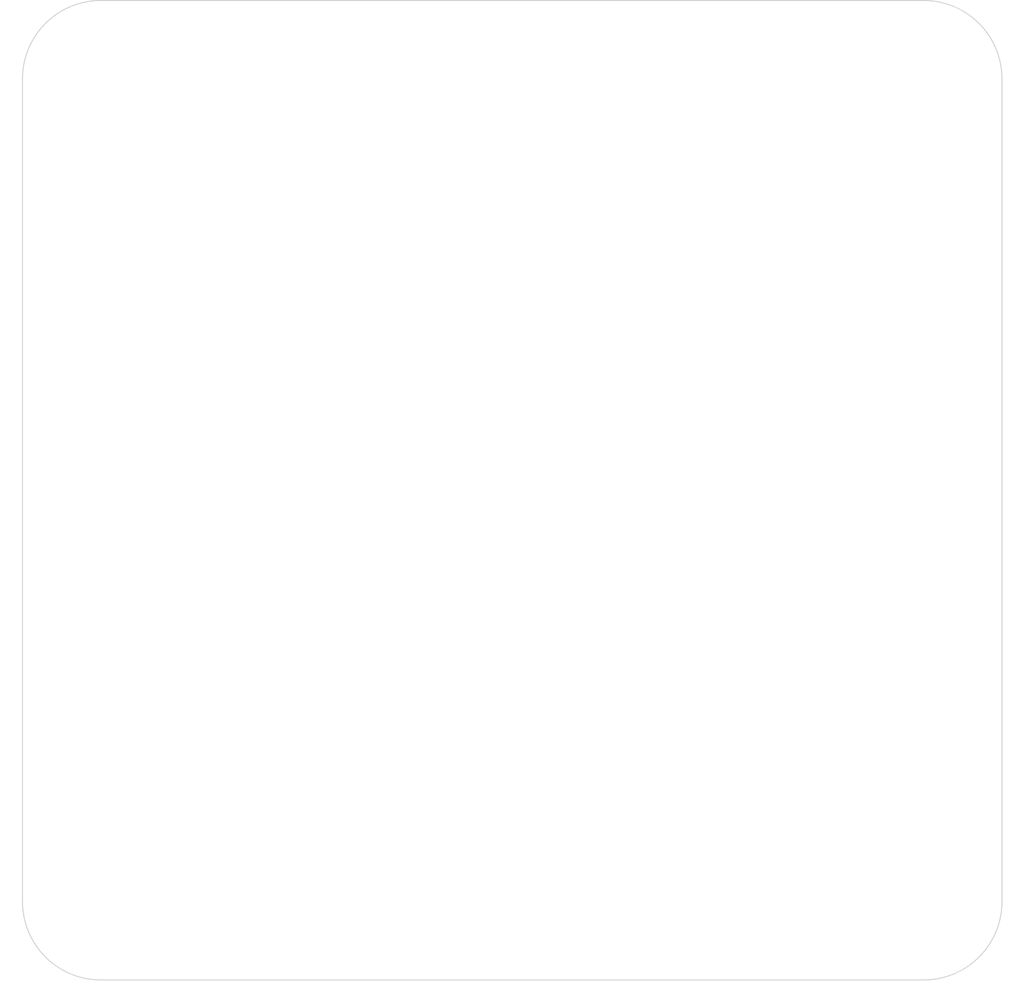
<source format=kicad_pcb>
(kicad_pcb (version 20240108) (generator "pcbnew") (generator_version "8.0")
  (layers (0 "F.Cu" signal) (31 "B.Cu" signal) (34 "B.Paste" user) (35 "F.Paste" user) (36 "B.SilkS" user "B.Silkscreen") (37 "F.SilkS" user "F.Silkscreen") (38 "B.Mask" user) (39 "F.Mask" user) (44 "Edge.Cuts" user))
  (net 0 "")
  (footprint "MountingHole:MountingHole_3mm" (layer "F.Cu") (at 166 84)
    (property "Reference" "H2" (hide yes))
    (property "Value" "MountingHole")
    (pad "" np_thru_hole circle (at 0 0) (size 3 3) (drill 3) (layers "*.Cu" "*.Mask"))
  )
  (footprint "MountingHole:MountingHole_3mm" (layer "F.Cu") (at 166 126)
    (property "Reference" "H3" (hide yes))
    (property "Value" "MountingHole")
    (pad "" np_thru_hole circle (at 0 0) (size 3 3) (drill 3) (layers "*.Cu" "*.Mask"))
  )
  (footprint "MountingHole:MountingHole_3mm" (layer "F.Cu") (at 124 126)
    (property "Reference" "H4" (hide yes))
    (property "Value" "MountingHole")
    (pad "" np_thru_hole circle (at 0 0) (size 3 3) (drill 3) (layers "*.Cu" "*.Mask"))
  )
  (footprint "MountingHole:MountingHole_3mm" (layer "F.Cu") (at 124 84)
    (property "Reference" "H1" (hide yes))
    (property "Value" "MountingHole")
    (pad "" np_thru_hole circle (at 0 0) (size 3 3) (drill 3) (layers "*.Cu" "*.Mask"))
  )
  (gr_line (start 120 126) (end 120 84) (stroke (width 0.05)) (layer "Edge.Cuts"))
  (gr_arc (start 166 80) (mid 168.828427 81.171573) (end 170 84) (stroke (width 0.05)) (layer "Edge.Cuts"))
  (gr_line (start 124 80) (end 166 80) (stroke (width 0.05)) (layer "Edge.Cuts"))
  (gr_line (start 166 130) (end 124 130) (stroke (width 0.05)) (layer "Edge.Cuts"))
  (gr_arc (start 170 126) (mid 168.828427 128.828427) (end 166 130) (stroke (width 0.05)) (layer "Edge.Cuts"))
  (gr_line (start 170 84) (end 170 126) (stroke (width 0.05)) (layer "Edge.Cuts"))
  (gr_arc (start 120 84) (mid 121.171573 81.171573) (end 124 80) (stroke (width 0.05)) (layer "Edge.Cuts"))
  (gr_arc (start 124 130) (mid 121.171573 128.828427) (end 120 126) (stroke (width 0.05)) (layer "Edge.Cuts"))
)
</source>
